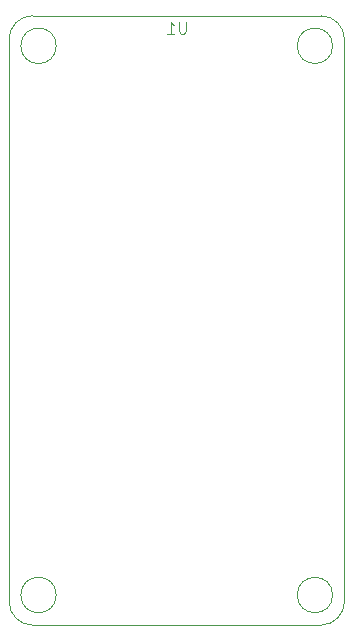
<source format=gbr>
%TF.GenerationSoftware,KiCad,Pcbnew,7.0.8-7.0.8~ubuntu22.04.1*%
%TF.CreationDate,2023-12-23T17:01:05+01:00*%
%TF.ProjectId,Smart_Light,536d6172-745f-44c6-9967-68742e6b6963,rev?*%
%TF.SameCoordinates,Original*%
%TF.FileFunction,Legend,Bot*%
%TF.FilePolarity,Positive*%
%FSLAX46Y46*%
G04 Gerber Fmt 4.6, Leading zero omitted, Abs format (unit mm)*
G04 Created by KiCad (PCBNEW 7.0.8-7.0.8~ubuntu22.04.1) date 2023-12-23 17:01:05*
%MOMM*%
%LPD*%
G01*
G04 APERTURE LIST*
%ADD10C,0.100000*%
G04 APERTURE END LIST*
D10*
X139706904Y-70277419D02*
X139706904Y-71086942D01*
X139706904Y-71086942D02*
X139659285Y-71182180D01*
X139659285Y-71182180D02*
X139611666Y-71229800D01*
X139611666Y-71229800D02*
X139516428Y-71277419D01*
X139516428Y-71277419D02*
X139325952Y-71277419D01*
X139325952Y-71277419D02*
X139230714Y-71229800D01*
X139230714Y-71229800D02*
X139183095Y-71182180D01*
X139183095Y-71182180D02*
X139135476Y-71086942D01*
X139135476Y-71086942D02*
X139135476Y-70277419D01*
X138135476Y-71277419D02*
X138706904Y-71277419D01*
X138421190Y-71277419D02*
X138421190Y-70277419D01*
X138421190Y-70277419D02*
X138516428Y-70420276D01*
X138516428Y-70420276D02*
X138611666Y-70515514D01*
X138611666Y-70515514D02*
X138706904Y-70563133D01*
%TO.C,U1*%
X153145000Y-119360000D02*
X153145000Y-71760000D01*
X151145000Y-69760000D02*
X126745000Y-69760000D01*
X126745000Y-121360000D02*
X151145000Y-121360000D01*
X124745000Y-71760000D02*
X124745000Y-119360000D01*
X151145000Y-121360000D02*
G75*
G03*
X153145000Y-119360000I1J1999999D01*
G01*
X153145000Y-71760000D02*
G75*
G03*
X151145000Y-69760000I-1999999J1D01*
G01*
X124745000Y-119360000D02*
G75*
G03*
X126745000Y-121360000I2000000J0D01*
G01*
X126745000Y-69760000D02*
G75*
G03*
X124745000Y-71760000I0J-2000000D01*
G01*
X152145000Y-118810000D02*
G75*
G03*
X152145000Y-118810000I-1500000J0D01*
G01*
X152145000Y-72310000D02*
G75*
G03*
X152145000Y-72310000I-1500000J0D01*
G01*
X128745000Y-118810000D02*
G75*
G03*
X128745000Y-118810000I-1500000J0D01*
G01*
X128745000Y-72310000D02*
G75*
G03*
X128745000Y-72310000I-1500000J0D01*
G01*
%TD*%
M02*

</source>
